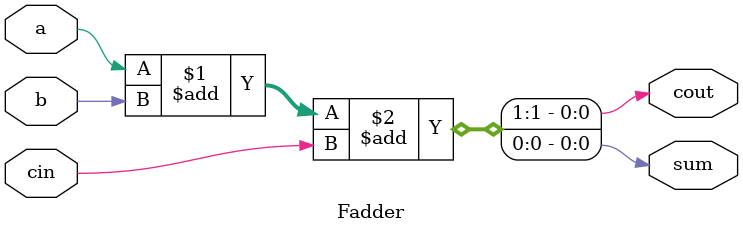
<source format=v>
module top_module( 
    input [2:0] a, b,
    input cin,
    output [2:0] cout,
    output [2:0] sum );

    Fadder fadder1(a[0], b[0], cin, cout[0], sum[0]);
    genvar i;
    generate
        for (i = 1; i < 3; i = i + 1) begin: adder3
            Fadder fadderi(a[i], b[i], cout[i-1], cout[i], sum[i]);
        end
    endgenerate

endmodule

module Fadder( 
    input a, b, cin,
    output cout, sum );

    assign {cout, sum} = a + b + cin;

endmodule
</source>
